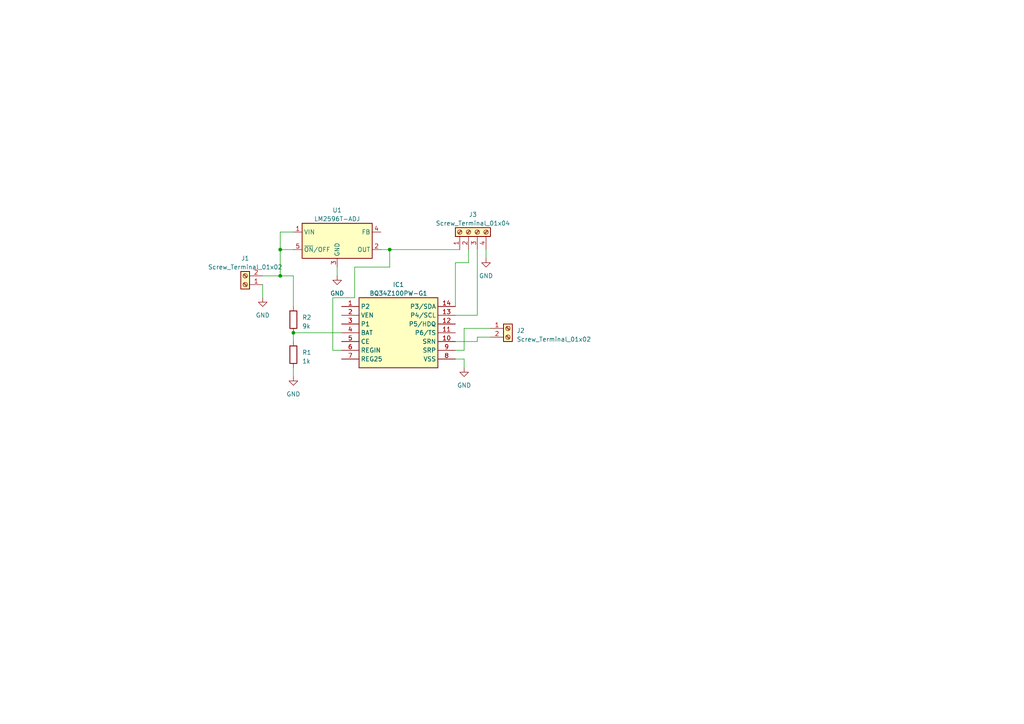
<source format=kicad_sch>
(kicad_sch (version 20231120) (generator "eeschema") (generator_version "8.0")
  (paper "A4")
  (lib_symbols
    (symbol "BQ34Z100PW-G1:BQ34Z100PW-G1"
      (property "Reference" "IC" (at 29.21 7.62 0))
      (property "Value" "BQ34Z100PW-G1" (at 29.21 5.08 0))
      (symbol "BQ34Z100PW-G1_1_1"
        (rectangle (start 5.08 2.54) (end 27.94 -17.78) (stroke (width 0.254)) (fill (type background)))
        (pin passive line (at 0 0 0) (length 5.08) (name "P2") (number "1"))
        (pin passive line (at 33.02 -10.16 180) (length 5.08) (name "SRN") (number "10"))
        (pin passive line (at 33.02 -7.62 180) (length 5.08) (name "P6/TS") (number "11"))
        (pin passive line (at 33.02 -5.08 180) (length 5.08) (name "P5/HDQ") (number "12"))
        (pin passive line (at 33.02 -2.54 180) (length 5.08) (name "P4/SCL") (number "13"))
        (pin passive line (at 33.02 0 180) (length 5.08) (name "P3/SDA") (number "14"))
        (pin passive line (at 0 -2.54 0) (length 5.08) (name "VEN") (number "2"))
        (pin passive line (at 0 -5.08 0) (length 5.08) (name "P1") (number "3"))
        (pin passive line (at 0 -7.62 0) (length 5.08) (name "BAT") (number "4"))
        (pin passive line (at 0 -10.16 0) (length 5.08) (name "CE") (number "5"))
        (pin passive line (at 0 -12.7 0) (length 5.08) (name "REGIN") (number "6"))
        (pin passive line (at 0 -15.24 0) (length 5.08) (name "REG25") (number "7"))
        (pin passive line (at 33.02 -15.24 180) (length 5.08) (name "VSS") (number "8"))
        (pin passive line (at 33.02 -12.7 180) (length 5.08) (name "SRP") (number "9"))
      )
    )
    (symbol "Connector:Screw_Terminal_01x02" (pin_names (offset 1.016) hide)
      (property "Reference" "J" (at 0 2.54 0))
      (property "Value" "Screw_Terminal_01x02" (at 0 -5.08 0))
      (symbol "Screw_Terminal_01x02_1_1"
        (rectangle (start -1.27 1.27) (end 1.27 -3.81) (stroke (width 0.254)) (fill (type background)))
        (circle (center 0 -2.54) (radius 0.635) (stroke (width 0.1524)))
        (polyline (pts (xy -0.5334 -2.2098) (xy 0.3302 -3.048)) (stroke (width 0.1524)))
        (polyline (pts (xy -0.5334 0.3302) (xy 0.3302 -0.508)) (stroke (width 0.1524)))
        (polyline (pts (xy -0.3556 -2.032) (xy 0.508 -2.8702)) (stroke (width 0.1524)))
        (polyline (pts (xy -0.3556 0.508) (xy 0.508 -0.3302)) (stroke (width 0.1524)))
        (circle (center 0 0) (radius 0.635) (stroke (width 0.1524)))
        (pin passive line (at -5.08 0 0) (length 3.81) (name "Pin_1") (number "1"))
        (pin passive line (at -5.08 -2.54 0) (length 3.81) (name "Pin_2") (number "2"))
      )
    )
    (symbol "Connector:Screw_Terminal_01x04" (pin_names (offset 1.016) hide)
      (property "Reference" "J" (at 0 5.08 0))
      (property "Value" "Screw_Terminal_01x04" (at 0 -7.62 0))
      (symbol "Screw_Terminal_01x04_1_1"
        (rectangle (start -1.27 3.81) (end 1.27 -6.35) (stroke (width 0.254)) (fill (type background)))
        (circle (center 0 -5.08) (radius 0.635) (stroke (width 0.1524)))
        (circle (center 0 -2.54) (radius 0.635) (stroke (width 0.1524)))
        (polyline (pts (xy -0.5334 -4.7498) (xy 0.3302 -5.588)) (stroke (width 0.1524)))
        (polyline (pts (xy -0.5334 -2.2098) (xy 0.3302 -3.048)) (stroke (width 0.1524)))
        (polyline (pts (xy -0.5334 0.3302) (xy 0.3302 -0.508)) (stroke (width 0.1524)))
        (polyline (pts (xy -0.5334 2.8702) (xy 0.3302 2.032)) (stroke (width 0.1524)))
        (polyline (pts (xy -0.3556 -4.572) (xy 0.508 -5.4102)) (stroke (width 0.1524)))
        (polyline (pts (xy -0.3556 -2.032) (xy 0.508 -2.8702)) (stroke (width 0.1524)))
        (polyline (pts (xy -0.3556 0.508) (xy 0.508 -0.3302)) (stroke (width 0.1524)))
        (polyline (pts (xy -0.3556 3.048) (xy 0.508 2.2098)) (stroke (width 0.1524)))
        (circle (center 0 0) (radius 0.635) (stroke (width 0.1524)))
        (circle (center 0 2.54) (radius 0.635) (stroke (width 0.1524)))
        (pin passive line (at -5.08 2.54 0) (length 3.81) (name "Pin_1") (number "1"))
        (pin passive line (at -5.08 0 0) (length 3.81) (name "Pin_2") (number "2"))
        (pin passive line (at -5.08 -2.54 0) (length 3.81) (name "Pin_3") (number "3"))
        (pin passive line (at -5.08 -5.08 0) (length 3.81) (name "Pin_4") (number "4"))
      )
    )
    (symbol "Device:R" (pin_numbers hide) (pin_names (offset 0))
      (property "Reference" "R" (at 2.032 0 90))
      (property "Value" "R" (at 0 0 90))
      (symbol "R_0_1"
        (rectangle (start -1.016 -2.54) (end 1.016 2.54) (stroke (width 0.254)))
      )
      (symbol "R_1_1"
        (pin passive line (at 0 3.81 270) (length 1.27) (name "~") (number "1"))
        (pin passive line (at 0 -3.81 90) (length 1.27) (name "~") (number "2"))
      )
    )
    (symbol "Regulator_Switching:LM2596T-ADJ"
      (property "Reference" "U" (at -10.16 6.35 0))
      (property "Value" "LM2596T-ADJ" (at 0 6.35 0))
      (symbol "LM2596T-ADJ_0_1"
        (rectangle (start -10.16 5.08) (end 10.16 -5.08) (stroke (width 0.254)) (fill (type background)))
      )
      (symbol "LM2596T-ADJ_1_1"
        (pin power_in line (at -12.7 2.54 0) (length 2.54) (name "VIN") (number "1"))
        (pin output line (at 12.7 -2.54 180) (length 2.54) (name "OUT") (number "2"))
        (pin power_in line (at 0 -7.62 90) (length 2.54) (name "GND") (number "3"))
        (pin input line (at 12.7 2.54 180) (length 2.54) (name "FB") (number "4"))
        (pin input line (at -12.7 -2.54 0) (length 2.54) (name "~{ON}/OFF") (number "5"))
      )
    )
    (symbol "power:GND" (power) (pin_names (offset 0))
      (property "Value" "GND" (at 0 -3.81 0))
      (symbol "GND_0_1"
        (polyline (pts (xy 0 0) (xy 0 -1.27) (xy 1.27 -1.27) (xy 0 -2.54) (xy -1.27 -1.27) (xy 0 -1.27)))
      )
      (symbol "GND_1_1"
        (pin power_in line (at 0 0 270) (length 0) hide (name "GND") (number "1"))
      )
    )
  )
  (junction (at 85.09 96.52))
  (junction (at 81.28 80.01))
  (junction (at 81.28 72.39))
  (junction (at 113.03 72.39))
  (wire (pts (xy 81.28 67.31) (xy 81.28 72.39)))
  (wire (pts (xy 134.62 95.25) (xy 134.62 101.6)))
  (wire (pts (xy 132.08 88.9) (xy 132.08 76.2)))
  (wire (pts (xy 97.79 77.47) (xy 97.79 80.01)))
  (wire (pts (xy 96.52 86.36) (xy 102.87 86.36)))
  (wire (pts (xy 81.28 80.01) (xy 85.09 80.01)))
  (wire (pts (xy 138.43 97.79) (xy 138.43 99.06)))
  (wire (pts (xy 85.09 96.52) (xy 85.09 99.06)))
  (wire (pts (xy 81.28 72.39) (xy 81.28 80.01)))
  (wire (pts (xy 102.87 77.47) (xy 113.03 77.47)))
  (wire (pts (xy 85.09 67.31) (xy 81.28 67.31)))
  (wire (pts (xy 142.24 97.79) (xy 138.43 97.79)))
  (wire (pts (xy 132.08 101.6) (xy 134.62 101.6)))
  (wire (pts (xy 110.49 72.39) (xy 113.03 72.39)))
  (wire (pts (xy 138.43 72.39) (xy 138.43 91.44)))
  (wire (pts (xy 85.09 106.68) (xy 85.09 109.22)))
  (wire (pts (xy 76.2 82.55) (xy 76.2 86.36)))
  (wire (pts (xy 113.03 77.47) (xy 113.03 72.39)))
  (wire (pts (xy 99.06 101.6) (xy 96.52 101.6)))
  (wire (pts (xy 81.28 72.39) (xy 85.09 72.39)))
  (wire (pts (xy 135.89 72.39) (xy 135.89 76.2)))
  (wire (pts (xy 85.09 80.01) (xy 85.09 88.9)))
  (wire (pts (xy 134.62 104.14) (xy 134.62 106.68)))
  (wire (pts (xy 132.08 76.2) (xy 135.89 76.2)))
  (wire (pts (xy 85.09 96.52) (xy 99.06 96.52)))
  (wire (pts (xy 102.87 86.36) (xy 102.87 77.47)))
  (wire (pts (xy 132.08 91.44) (xy 138.43 91.44)))
  (wire (pts (xy 76.2 80.01) (xy 81.28 80.01)))
  (wire (pts (xy 113.03 72.39) (xy 133.35 72.39)))
  (wire (pts (xy 132.08 104.14) (xy 134.62 104.14)))
  (wire (pts (xy 140.97 72.39) (xy 140.97 74.93)))
  (wire (pts (xy 132.08 99.06) (xy 138.43 99.06)))
  (wire (pts (xy 134.62 95.25) (xy 142.24 95.25)))
  (wire (pts (xy 96.52 101.6) (xy 96.52 86.36)))
  (symbol (lib_id "Connector:Screw_Terminal_01x02") (at 147.32 95.25 0) (unit 1)
    (property "Reference" "J2" (at 149.8276 95.885 0) (effects (justify left)))
    (property "Value" "Screw_Terminal_01x02" (at 149.8276 98.425 0) (effects (justify left)))
    (property "Footprint" "TerminalBlock_Phoenix:TerminalBlock_Phoenix_MKDS-3-2-5.08_1x02_P5.08mm_Horizontal" (effects (hide yes)))
  )
  (symbol (lib_id "power:GND") (at 140.97 74.93 0) (unit 1)
    (property "Reference" "#PWR03" (effects (hide yes)))
    (property "Value" "GND" (at 140.97 80.01 0))
  )
  (symbol (lib_id "Connector:Screw_Terminal_01x04") (at 135.89 67.31 90) (unit 1)
    (property "Reference" "J3" (at 137.16 62.23 90))
    (property "Value" "Screw_Terminal_01x04" (at 137.16 64.77 90))
    (property "Footprint" "TerminalBlock_Phoenix:TerminalBlock_Phoenix_MKDS-1,5-4_1x04_P5.00mm_Horizontal" (effects (hide yes)))
  )
  (symbol (lib_id "Regulator_Switching:LM2596T-ADJ") (at 97.79 69.85 0) (unit 1)
    (property "Reference" "U1" (at 97.79 60.96 0))
    (property "Value" "LM2596T-ADJ" (at 97.79 63.5 0))
    (property "Footprint" "Package_TO_SOT_THT:TO-220-5_P3.4x3.7mm_StaggerOdd_Lead3.8mm_Vertical" (effects (hide yes)))
    (property "Datasheet" "http://www.ti.com/lit/ds/symlink/lm2596.pdf" (effects (hide yes)))
  )
  (symbol (lib_id "power:GND") (at 76.2 86.36 0) (unit 1)
    (property "Reference" "#PWR01" (effects (hide yes)))
    (property "Value" "GND" (at 76.2 91.44 0))
  )
  (symbol (lib_id "BQ34Z100PW-G1:BQ34Z100PW-G1") (at 99.06 88.9 0) (unit 1)
    (property "Reference" "IC1" (at 115.57 82.55 0))
    (property "Value" "BQ34Z100PW-G1" (at 115.57 85.09 0))
    (property "Footprint" "KiCad:SOP65P640X120-14N" (effects (hide yes)))
    (property "Datasheet" "http://www.ti.com/lit/gpn/BQ34Z100-G1" (effects (hide yes)))
    (property "Height" "1.2" (effects (hide yes)))
    (property "Mouser Part Number" "595-BQ34Z100PW-G1" (effects (hide yes)))
    (property "Mouser Price/Stock" "https://www.mouser.co.uk/ProductDetail/Texas-Instruments/BQ34Z100PW-G1?qs=igE0IiKpbrFjcYESBXfkHg%3D%3D" (effects (hide yes)))
    (property "Manufacturer_Name" "Texas Instruments" (effects (hide yes)))
    (property "Manufacturer_Part_Number" "BQ34Z100PW-G1" (effects (hide yes)))
  )
  (symbol (lib_id "power:GND") (at 85.09 109.22 0) (unit 1)
    (property "Reference" "#PWR05" (effects (hide yes)))
    (property "Value" "GND" (at 85.09 114.3 0))
  )
  (symbol (lib_id "power:GND") (at 97.79 80.01 0) (unit 1)
    (property "Reference" "#PWR02" (effects (hide yes)))
    (property "Value" "GND" (at 97.79 85.09 0))
  )
  (symbol (lib_id "Device:R") (at 85.09 92.71 180) (unit 1)
    (property "Reference" "R2" (at 87.63 92.075 0) (effects (justify right)))
    (property "Value" "9k" (at 87.63 94.615 0) (effects (justify right)))
    (property "Footprint" "Resistor_THT:R_Axial_DIN0207_L6.3mm_D2.5mm_P10.16mm_Horizontal" (effects (hide yes)))
  )
  (symbol (lib_id "Connector:Screw_Terminal_01x02") (at 71.12 82.55 180) (unit 1)
    (property "Reference" "J1" (at 71.12 74.93 0))
    (property "Value" "Screw_Terminal_01x02" (at 71.12 77.47 0))
    (property "Footprint" "TerminalBlock_Phoenix:TerminalBlock_Phoenix_MKDS-3-2-5.08_1x02_P5.08mm_Horizontal" (effects (hide yes)))
  )
  (symbol (lib_id "Device:R") (at 85.09 102.87 180) (unit 1)
    (property "Reference" "R1" (at 87.63 102.235 0) (effects (justify right)))
    (property "Value" "1k" (at 87.63 104.775 0) (effects (justify right)))
    (property "Footprint" "Resistor_THT:R_Axial_DIN0207_L6.3mm_D2.5mm_P10.16mm_Horizontal" (effects (hide yes)))
  )
  (symbol (lib_id "power:GND") (at 134.62 106.68 0) (unit 1)
    (property "Reference" "#PWR04" (effects (hide yes)))
    (property "Value" "GND" (at 134.62 111.76 0))
  )
)
</source>
